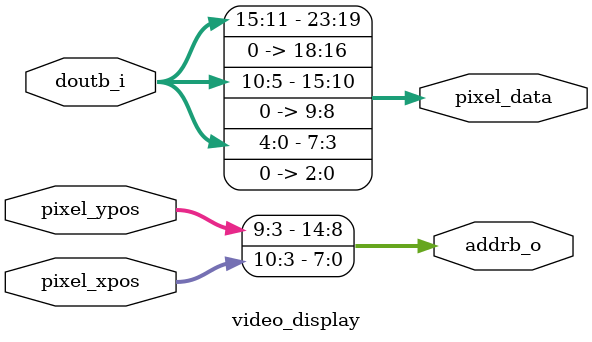
<source format=v>
/**
 * @file video_display.v
 * @author amy, Candyaner   
 * @brief ´ÓÏÔ´æ¶ÁÈ¡ÆÁÄ»ÑÕÉ«ÐÅÏ¢
 * @version 0.1
 * @date 2021-12-17
 * 
 * @copyright Copyright (c) 2021
 * 
 */
module  video_display(
    
    input        [10:0]  pixel_xpos,  //ÏñËØµãºá×ø±ê
    input        [10:0]  pixel_ypos,  //ÏñËØµã×Ý×ø±ê
    output wire  [14:0] addrb_o,
    input wire   [15:0] doutb_i,
    output       [23:0]  pixel_data   //ÏñËØµãÊý¾Ý
);

assign addrb_o ={pixel_ypos[9:3],pixel_xpos[10:3]};
assign pixel_data={ doutb_i[15:11],{(3){1'b0}},
                    doutb_i[10:5],{(2){1'b0}},
                    doutb_i[4:0],{(3){1'b0}}};

endmodule
</source>
